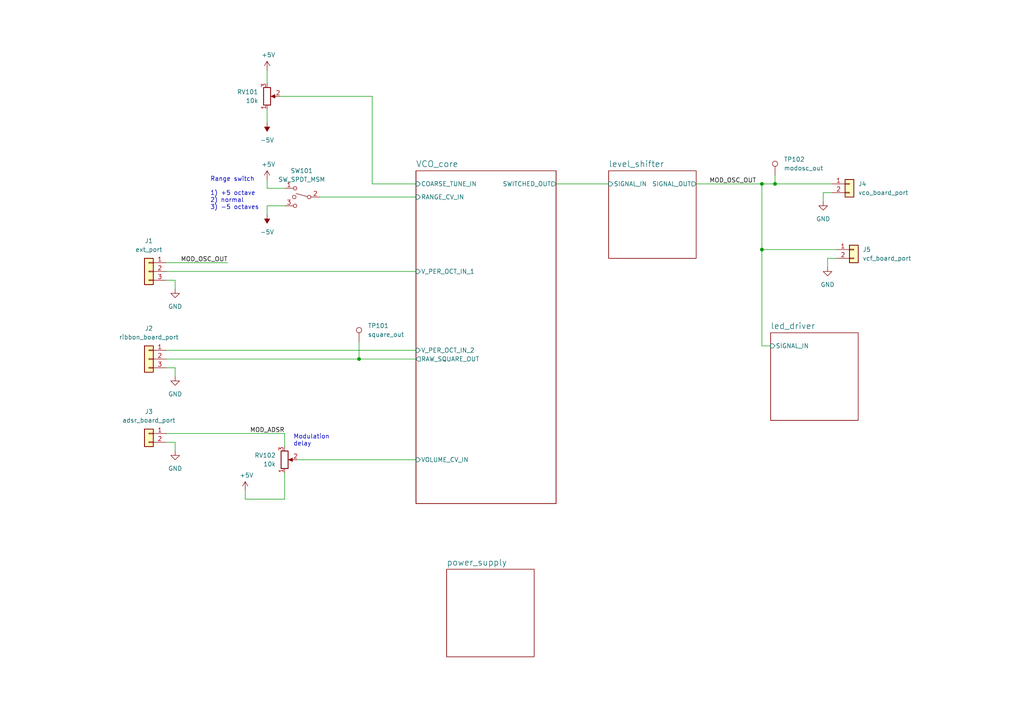
<source format=kicad_sch>
(kicad_sch (version 20211123) (generator eeschema)
  (paper "A4")
  (title_block (title "Josh Ox Ribbon Synth Mod Osc board") (date "2022-06-12") (rev "0") (comment 2 "creativecommons.org/licences/by/4.0") (comment 3 "license: CC by 4.0") (comment 4 "Author: Jordan Aceto"))
  (lib_symbols
    (symbol "Connector:TestPoint" (pin_numbers hide) (pin_names (offset 0.762) hide)
      (property "Reference" "TP" (at 0 6.858 0))
      (property "Value" "TestPoint" (at 0 5.08 0))
      (symbol "TestPoint_0_1"
        (circle (center 0 3.302) (radius 0.762))
      )
      (symbol "TestPoint_1_1"
        (pin passive line (at 0 0 90) (length 2.54) (name "1") (number "1"))
      )
    )
    (symbol "Connector_Generic:Conn_01x02" (pin_names (offset 1.016) hide)
      (property "Reference" "J" (at 0 2.54 0))
      (property "Value" "Conn_01x02" (at 0 -5.08 0))
      (symbol "Conn_01x02_1_1"
        (rectangle (start -1.27 -2.413) (end 0 -2.667) (stroke (width 0.1524)))
        (rectangle (start -1.27 0.127) (end 0 -0.127) (stroke (width 0.1524)))
        (rectangle (start -1.27 1.27) (end 1.27 -3.81) (stroke (width 0.254)) (fill (type background)))
        (pin passive line (at -5.08 0 0) (length 3.81) (name "Pin_1") (number "1"))
        (pin passive line (at -5.08 -2.54 0) (length 3.81) (name "Pin_2") (number "2"))
      )
    )
    (symbol "Connector_Generic:Conn_01x03" (pin_names (offset 1.016) hide)
      (property "Reference" "J" (at 0 5.08 0))
      (property "Value" "Conn_01x03" (at 0 -5.08 0))
      (symbol "Conn_01x03_1_1"
        (rectangle (start -1.27 -2.413) (end 0 -2.667) (stroke (width 0.1524)))
        (rectangle (start -1.27 0.127) (end 0 -0.127) (stroke (width 0.1524)))
        (rectangle (start -1.27 2.667) (end 0 2.413) (stroke (width 0.1524)))
        (rectangle (start -1.27 3.81) (end 1.27 -3.81) (stroke (width 0.254)) (fill (type background)))
        (pin passive line (at -5.08 2.54 0) (length 3.81) (name "Pin_1") (number "1"))
        (pin passive line (at -5.08 0 0) (length 3.81) (name "Pin_2") (number "2"))
        (pin passive line (at -5.08 -2.54 0) (length 3.81) (name "Pin_3") (number "3"))
      )
    )
    (symbol "Device:R_Potentiometer" (pin_names (offset 1.016) hide)
      (property "Reference" "RV" (at -4.445 0 90))
      (property "Value" "R_Potentiometer" (at -2.54 0 90))
      (symbol "R_Potentiometer_0_1"
        (polyline (pts (xy 2.54 0) (xy 1.524 0)))
        (polyline (pts (xy 1.143 0) (xy 2.286 0.508) (xy 2.286 -0.508) (xy 1.143 0)) (fill (type outline)))
        (rectangle (start 1.016 2.54) (end -1.016 -2.54) (stroke (width 0.254)))
      )
      (symbol "R_Potentiometer_1_1"
        (pin passive line (at 0 3.81 270) (length 1.27) (name "1") (number "1"))
        (pin passive line (at 3.81 0 180) (length 1.27) (name "2") (number "2"))
        (pin passive line (at 0 -3.81 90) (length 1.27) (name "3") (number "3"))
      )
    )
    (symbol "Switch:SW_SPDT_MSM" (pin_names (offset 0) hide)
      (property "Reference" "SW" (at 0 5.08 0))
      (property "Value" "SW_SPDT_MSM" (at 0 -5.08 0))
      (symbol "SW_SPDT_MSM_0_0"
        (circle (center -2.032 0) (radius 0.508))
        (polyline (pts (xy -1.524 0.127) (xy 1.778 1.016)))
        (circle (center 2.032 -2.54) (radius 0.508))
      )
      (symbol "SW_SPDT_MSM_0_1"
        (circle (center 2.032 2.54) (radius 0.508))
        (circle (center 2.286 0) (radius 0.508))
      )
      (symbol "SW_SPDT_MSM_1_1"
        (pin passive line (at 5.08 2.54 180) (length 2.54) (name "1") (number "1"))
        (pin passive line (at -5.08 0 0) (length 2.54) (name "2") (number "2"))
        (pin passive line (at 5.08 -2.54 180) (length 2.54) (name "3") (number "3"))
      )
    )
    (symbol "power:+5V" (power) (pin_names (offset 0))
      (property "Value" "+5V" (at 0 3.556 0))
      (symbol "+5V_0_1"
        (polyline (pts (xy -0.762 1.27) (xy 0 2.54)))
        (polyline (pts (xy 0 0) (xy 0 2.54)))
        (polyline (pts (xy 0 2.54) (xy 0.762 1.27)))
      )
      (symbol "+5V_1_1"
        (pin power_in line (at 0 0 90) (length 0) hide (name "+5V") (number "1"))
      )
    )
    (symbol "power:-5V" (power) (pin_names (offset 0))
      (property "Value" "-5V" (at 0 3.81 0))
      (symbol "-5V_0_0"
        (pin power_in line (at 0 0 90) (length 0) hide (name "-5V") (number "1"))
      )
      (symbol "-5V_0_1"
        (polyline (pts (xy 0 0) (xy 0 1.27) (xy 0.762 1.27) (xy 0 2.54) (xy -0.762 1.27) (xy 0 1.27)) (fill (type outline)))
      )
    )
    (symbol "power:GND" (power) (pin_names (offset 0))
      (property "Value" "GND" (at 0 -3.81 0))
      (symbol "GND_0_1"
        (polyline (pts (xy 0 0) (xy 0 -1.27) (xy 1.27 -1.27) (xy 0 -2.54) (xy -1.27 -1.27) (xy 0 -1.27)))
      )
      (symbol "GND_1_1"
        (pin power_in line (at 0 0 270) (length 0) hide (name "GND") (number "1"))
      )
    )
  )
  (junction (at 104.14 104.14))
  (junction (at 220.98 72.39))
  (junction (at 220.98 53.34))
  (junction (at 224.79 53.34))
  (wire (pts (xy 161.29 53.34) (xy 176.53 53.34)))
  (wire (pts (xy 224.79 50.8) (xy 224.79 53.34)))
  (wire (pts (xy 50.8 130.81) (xy 50.8 128.27)))
  (wire (pts (xy 50.8 109.22) (xy 50.8 106.68)))
  (wire (pts (xy 240.03 74.93) (xy 242.57 74.93)))
  (wire (pts (xy 77.47 59.69) (xy 77.47 62.23)))
  (wire (pts (xy 104.14 99.06) (xy 104.14 104.14)))
  (wire (pts (xy 77.47 20.32) (xy 77.47 24.13)))
  (wire (pts (xy 104.14 104.14) (xy 120.65 104.14)))
  (wire (pts (xy 238.76 55.88) (xy 241.3 55.88)))
  (wire (pts (xy 220.98 72.39) (xy 220.98 100.33)))
  (wire (pts (xy 223.52 100.33) (xy 220.98 100.33)))
  (wire (pts (xy 82.55 125.73) (xy 82.55 129.54)))
  (wire (pts (xy 48.26 104.14) (xy 104.14 104.14)))
  (wire (pts (xy 220.98 53.34) (xy 224.79 53.34)))
  (wire (pts (xy 92.71 57.15) (xy 120.65 57.15)))
  (wire (pts (xy 220.98 72.39) (xy 220.98 53.34)))
  (wire (pts (xy 50.8 83.82) (xy 50.8 81.28)))
  (wire (pts (xy 224.79 53.34) (xy 241.3 53.34)))
  (wire (pts (xy 120.65 53.34) (xy 107.95 53.34)))
  (wire (pts (xy 240.03 77.47) (xy 240.03 74.93)))
  (wire (pts (xy 107.95 53.34) (xy 107.95 27.94)))
  (wire (pts (xy 71.12 142.24) (xy 71.12 144.78)))
  (wire (pts (xy 242.57 72.39) (xy 220.98 72.39)))
  (wire (pts (xy 48.26 78.74) (xy 120.65 78.74)))
  (wire (pts (xy 50.8 128.27) (xy 48.26 128.27)))
  (wire (pts (xy 86.36 133.35) (xy 120.65 133.35)))
  (wire (pts (xy 201.93 53.34) (xy 220.98 53.34)))
  (wire (pts (xy 77.47 59.69) (xy 82.55 59.69)))
  (wire (pts (xy 238.76 58.42) (xy 238.76 55.88)))
  (wire (pts (xy 77.47 52.07) (xy 77.47 54.61)))
  (wire (pts (xy 50.8 81.28) (xy 48.26 81.28)))
  (wire (pts (xy 48.26 101.6) (xy 120.65 101.6)))
  (wire (pts (xy 77.47 54.61) (xy 82.55 54.61)))
  (wire (pts (xy 71.12 144.78) (xy 82.55 144.78)))
  (wire (pts (xy 107.95 27.94) (xy 81.28 27.94)))
  (wire (pts (xy 48.26 125.73) (xy 82.55 125.73)))
  (wire (pts (xy 50.8 106.68) (xy 48.26 106.68)))
  (wire (pts (xy 82.55 144.78) (xy 82.55 137.16)))
  (wire (pts (xy 77.47 31.75) (xy 77.47 35.56)))
  (wire (pts (xy 48.26 76.2) (xy 66.04 76.2)))
  (text "Range switch\n\n1) +5 octave\n2) normal\n3) -5 octaves" (at 60.96 60.96 0) (effects (font (size 1.27 1.27)) (justify left bottom)))
  (text "Modulation\ndelay" (at 85.09 129.54 0) (effects (font (size 1.27 1.27)) (justify left bottom)))
  (label "MOD_ADSR" (at 82.55 125.73 180))
  (label "MOD_OSC_OUT" (at 205.74 53.34 0))
  (label "MOD_OSC_OUT" (at 66.04 76.2 180))
  (symbol (lib_id "Switch:SW_SPDT_MSM") (at 87.63 57.15 0) (mirror y) (unit 1)
    (property "Reference" "SW101" (at 87.503 49.53 0))
    (property "Value" "SW_SPDT_MSM" (at 87.503 52.07 0))
    (property "Footprint" "custom_footprints:SPDT_mini_toggle" (effects hide))
  )
  (symbol (lib_id "Device:R_Potentiometer") (at 82.55 133.35 0) (mirror x) (unit 1)
    (property "Reference" "RV102" (at 80.01 132.0799 0) (effects (justify right)))
    (property "Value" "10k" (at 80.01 134.6199 0) (effects (justify right)))
    (property "Footprint" "custom_footprints:Potentiometer_P260T" (effects hide))
  )
  (symbol (lib_id "Connector_Generic:Conn_01x03") (at 43.18 78.74 0) (mirror y) (unit 1)
    (property "Reference" "J1" (at 43.18 69.85 0))
    (property "Value" "ext_port" (at 43.18 72.39 0))
    (property "Footprint" "Connector_Molex:Molex_KK-254_AE-6410-03A_1x03_P2.54mm_Vertical" (effects hide))
  )
  (symbol (lib_id "power:GND") (at 50.8 130.81 0) (unit 1)
    (property "Reference" "#PWR0103" (effects hide))
    (property "Value" "GND" (at 50.8 135.89 0))
  )
  (symbol (lib_id "power:-5V") (at 77.47 62.23 180) (unit 1)
    (property "Reference" "#PWR0109" (effects hide))
    (property "Value" "-5V" (at 77.47 67.31 0))
  )
  (symbol (lib_id "Connector:TestPoint") (at 224.79 50.8 0) (unit 1)
    (property "Reference" "TP102" (at 227.33 46.2279 0) (effects (justify left)))
    (property "Value" "modosc_out" (at 227.33 48.7679 0) (effects (justify left)))
    (property "Footprint" "TestPoint:TestPoint_Keystone_5000-5004_Miniature" (effects hide))
  )
  (symbol (lib_id "power:+5V") (at 77.47 20.32 0) (unit 1)
    (property "Reference" "#PWR0113" (effects hide))
    (property "Value" "+5V" (at 77.851 15.9258 0))
  )
  (symbol (lib_id "power:GND") (at 50.8 109.22 0) (unit 1)
    (property "Reference" "#PWR0102" (effects hide))
    (property "Value" "GND" (at 50.8 114.3 0))
  )
  (symbol (lib_id "Connector_Generic:Conn_01x02") (at 246.38 53.34 0) (unit 1)
    (property "Reference" "J4" (at 248.92 53.3399 0) (effects (justify left)))
    (property "Value" "vco_board_port" (at 248.92 55.8799 0) (effects (justify left)))
    (property "Footprint" "Connector_Molex:Molex_KK-254_AE-6410-02A_1x02_P2.54mm_Vertical" (effects hide))
  )
  (symbol (lib_id "power:GND") (at 50.8 83.82 0) (unit 1)
    (property "Reference" "#PWR0101" (effects hide))
    (property "Value" "GND" (at 50.8 88.9 0))
  )
  (symbol (lib_id "power:+5V") (at 71.12 142.24 0) (unit 1)
    (property "Reference" "#PWR0111" (effects hide))
    (property "Value" "+5V" (at 71.501 137.8458 0))
  )
  (symbol (lib_id "Connector:TestPoint") (at 104.14 99.06 0) (unit 1)
    (property "Reference" "TP101" (at 106.68 94.4879 0) (effects (justify left)))
    (property "Value" "square_out" (at 106.68 97.0279 0) (effects (justify left)))
    (property "Footprint" "TestPoint:TestPoint_Keystone_5000-5004_Miniature" (effects hide))
  )
  (symbol (lib_id "Connector_Generic:Conn_01x02") (at 247.65 72.39 0) (unit 1)
    (property "Reference" "J5" (at 250.19 72.3899 0) (effects (justify left)))
    (property "Value" "vcf_board_port" (at 250.19 74.9299 0) (effects (justify left)))
    (property "Footprint" "Connector_Molex:Molex_KK-254_AE-6410-02A_1x02_P2.54mm_Vertical" (effects hide))
  )
  (symbol (lib_id "power:GND") (at 240.03 77.47 0) (mirror y) (unit 1)
    (property "Reference" "#PWR0105" (effects hide))
    (property "Value" "GND" (at 240.03 82.55 0))
  )
  (symbol (lib_id "power:-5V") (at 77.47 35.56 180) (unit 1)
    (property "Reference" "#PWR0112" (effects hide))
    (property "Value" "-5V" (at 77.47 40.64 0))
  )
  (symbol (lib_id "power:GND") (at 238.76 58.42 0) (mirror y) (unit 1)
    (property "Reference" "#PWR0104" (effects hide))
    (property "Value" "GND" (at 238.76 63.5 0))
  )
  (symbol (lib_id "Connector_Generic:Conn_01x02") (at 43.18 125.73 0) (mirror y) (unit 1)
    (property "Reference" "J3" (at 43.18 119.38 0))
    (property "Value" "adsr_board_port" (at 43.18 121.92 0))
    (property "Footprint" "Connector_Molex:Molex_KK-254_AE-6410-02A_1x02_P2.54mm_Vertical" (effects hide))
  )
  (symbol (lib_id "Connector_Generic:Conn_01x03") (at 43.18 104.14 0) (mirror y) (unit 1)
    (property "Reference" "J2" (at 43.18 95.25 0))
    (property "Value" "ribbon_board_port" (at 43.18 97.79 0))
    (property "Footprint" "Connector_Molex:Molex_KK-254_AE-6410-03A_1x03_P2.54mm_Vertical" (effects hide))
  )
  (symbol (lib_id "Device:R_Potentiometer") (at 77.47 27.94 0) (mirror x) (unit 1)
    (property "Reference" "RV101" (at 74.93 26.6699 0) (effects (justify right)))
    (property "Value" "10k" (at 74.93 29.2099 0) (effects (justify right)))
    (property "Footprint" "custom_footprints:Potentiometer_P260T" (effects hide))
  )
  (symbol (lib_id "power:+5V") (at 77.47 52.07 0) (unit 1)
    (property "Reference" "#PWR0110" (effects hide))
    (property "Value" "+5V" (at 77.851 47.6758 0))
  )
  (sheet (at 120.65 49.53) (size 40.64 96.52) (stroke (width 0.1524))
    (property "Sheet name" "VCO_core" (at 120.65 48.5784 0) (effects (font (size 1.75 1.75)) (justify left bottom)))
    (property "Sheet file" "VCO_core.kicad_sch" (effects hide))
    (pin "COARSE_TUNE_IN" input (at 120.65 53.34 180))
    (pin "RANGE_CV_IN" input (at 120.65 57.15 180))
    (pin "V_PER_OCT_IN_1" input (at 120.65 78.74 180))
    (pin "V_PER_OCT_IN_2" input (at 120.65 101.6 180))
    (pin "VOLUME_CV_IN" input (at 120.65 133.35 180))
    (pin "SWITCHED_OUT" output (at 161.29 53.34 0))
    (pin "RAW_SQUARE_OUT" output (at 120.65 104.14 180))
  )
  (sheet (at 223.52 96.52) (size 25.4 25.4) (stroke (width 0.1524))
    (property "Sheet name" "led_driver" (at 223.52 95.5684 0) (effects (font (size 1.75 1.75)) (justify left bottom)))
    (property "Sheet file" "led_driver.kicad_sch" (effects hide))
    (pin "SIGNAL_IN" input (at 223.52 100.33 180))
  )
  (sheet (at 176.53 49.53) (size 25.4 25.4) (stroke (width 0.1524))
    (property "Sheet name" "level_shifter" (at 176.53 48.5784 0) (effects (font (size 1.75 1.75)) (justify left bottom)))
    (property "Sheet file" "level_shifter.kicad_sch" (effects hide))
    (pin "SIGNAL_OUT" output (at 201.93 53.34 0))
    (pin "SIGNAL_IN" input (at 176.53 53.34 180))
  )
  (sheet (at 129.54 165.1) (size 25.4 25.4) (stroke (width 0.1524))
    (property "Sheet name" "power_supply" (at 129.54 164.1484 0) (effects (font (size 1.75 1.75)) (justify left bottom)))
    (property "Sheet file" "power_supply.kicad_sch" (effects hide))
  )
)
</source>
